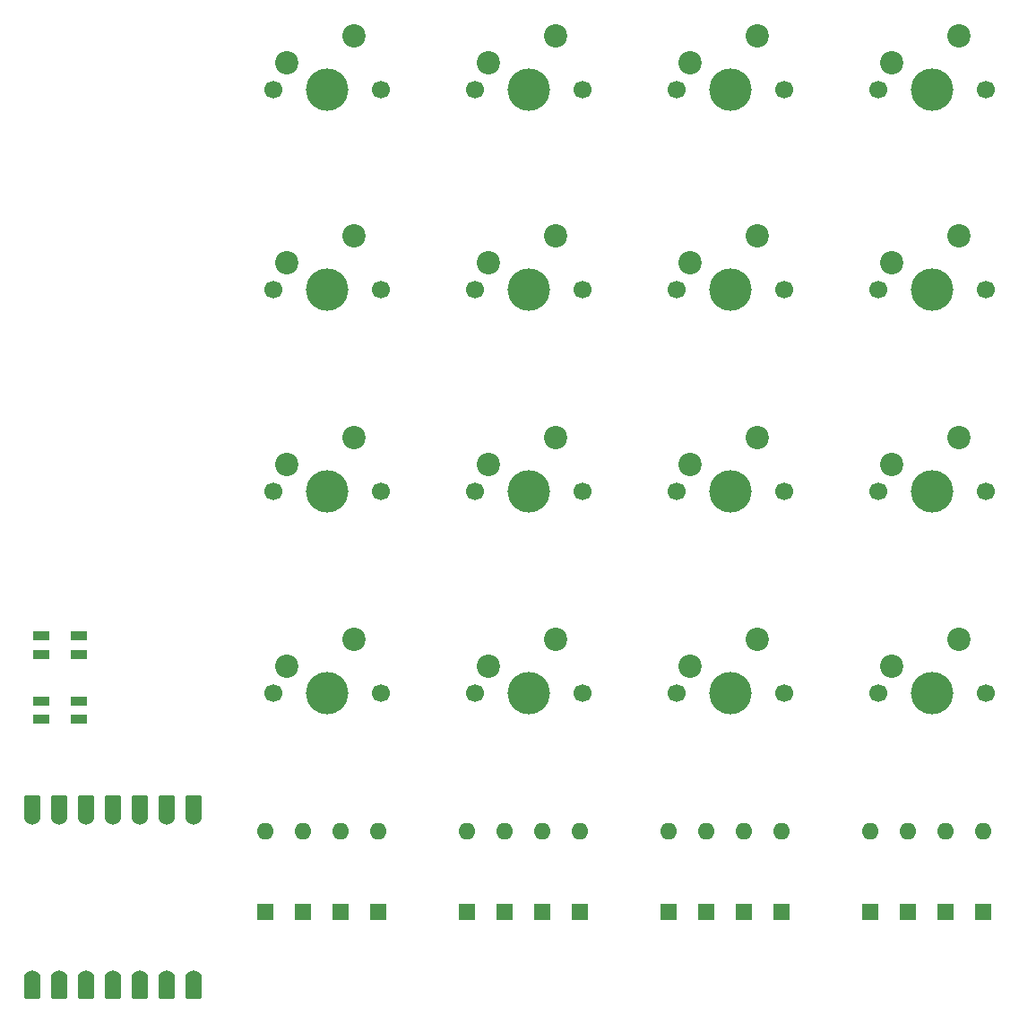
<source format=gbr>
%TF.GenerationSoftware,KiCad,Pcbnew,8.0.8*%
%TF.CreationDate,2025-02-17T14:53:19+01:00*%
%TF.ProjectId,macropad,6d616372-6f70-4616-942e-6b696361645f,rev?*%
%TF.SameCoordinates,Original*%
%TF.FileFunction,Soldermask,Top*%
%TF.FilePolarity,Negative*%
%FSLAX46Y46*%
G04 Gerber Fmt 4.6, Leading zero omitted, Abs format (unit mm)*
G04 Created by KiCad (PCBNEW 8.0.8) date 2025-02-17 14:53:19*
%MOMM*%
%LPD*%
G01*
G04 APERTURE LIST*
G04 Aperture macros list*
%AMRoundRect*
0 Rectangle with rounded corners*
0 $1 Rounding radius*
0 $2 $3 $4 $5 $6 $7 $8 $9 X,Y pos of 4 corners*
0 Add a 4 corners polygon primitive as box body*
4,1,4,$2,$3,$4,$5,$6,$7,$8,$9,$2,$3,0*
0 Add four circle primitives for the rounded corners*
1,1,$1+$1,$2,$3*
1,1,$1+$1,$4,$5*
1,1,$1+$1,$6,$7*
1,1,$1+$1,$8,$9*
0 Add four rect primitives between the rounded corners*
20,1,$1+$1,$2,$3,$4,$5,0*
20,1,$1+$1,$4,$5,$6,$7,0*
20,1,$1+$1,$6,$7,$8,$9,0*
20,1,$1+$1,$8,$9,$2,$3,0*%
G04 Aperture macros list end*
%ADD10C,1.700000*%
%ADD11C,4.000000*%
%ADD12C,2.200000*%
%ADD13R,1.600000X1.600000*%
%ADD14O,1.600000X1.600000*%
%ADD15R,1.600000X0.850000*%
%ADD16RoundRect,0.152400X-0.609600X1.063600X-0.609600X-1.063600X0.609600X-1.063600X0.609600X1.063600X0*%
%ADD17C,1.524000*%
%ADD18RoundRect,0.152400X0.609600X-1.063600X0.609600X1.063600X-0.609600X1.063600X-0.609600X-1.063600X0*%
G04 APERTURE END LIST*
D10*
%TO.C,SW11*%
X197145000Y-71352500D03*
D11*
X202225000Y-71352500D03*
D10*
X207305000Y-71352500D03*
D12*
X204765000Y-66272500D03*
X198415000Y-68812500D03*
%TD*%
D13*
%TO.C,D16*%
X219025000Y-111063750D03*
D14*
X219025000Y-103443750D03*
%TD*%
D10*
%TO.C,SW5*%
X178095000Y-33397500D03*
D11*
X183175000Y-33397500D03*
D10*
X188255000Y-33397500D03*
D12*
X185715000Y-28317500D03*
X179365000Y-30857500D03*
%TD*%
D10*
%TO.C,SW13*%
X216195000Y-33397500D03*
D11*
X221275000Y-33397500D03*
D10*
X226355000Y-33397500D03*
D12*
X223815000Y-28317500D03*
X217465000Y-30857500D03*
%TD*%
D10*
%TO.C,SW10*%
X197145000Y-52302500D03*
D11*
X202225000Y-52302500D03*
D10*
X207305000Y-52302500D03*
D12*
X204765000Y-47222500D03*
X198415000Y-49762500D03*
%TD*%
D15*
%TO.C,D2*%
X140656250Y-92860000D03*
X140656250Y-91110000D03*
X137156250Y-91110000D03*
X137156250Y-92860000D03*
%TD*%
%TO.C,D1*%
X140656250Y-86697500D03*
X140656250Y-84947500D03*
X137156250Y-84947500D03*
X137156250Y-86697500D03*
%TD*%
D10*
%TO.C,SW12*%
X197145000Y-90402500D03*
D11*
X202225000Y-90402500D03*
D10*
X207305000Y-90402500D03*
D12*
X204765000Y-85322500D03*
X198415000Y-87862500D03*
%TD*%
D13*
%TO.C,D7*%
X177375000Y-111063750D03*
D14*
X177375000Y-103443750D03*
%TD*%
D13*
%TO.C,D12*%
X199975000Y-111063750D03*
D14*
X199975000Y-103443750D03*
%TD*%
D13*
%TO.C,D11*%
X196425000Y-111063750D03*
D14*
X196425000Y-103443750D03*
%TD*%
D13*
%TO.C,D8*%
X180925000Y-111063750D03*
D14*
X180925000Y-103443750D03*
%TD*%
D13*
%TO.C,D6*%
X168975000Y-111063750D03*
D14*
X168975000Y-103443750D03*
%TD*%
D10*
%TO.C,SW16*%
X216195000Y-90402500D03*
D11*
X221275000Y-90402500D03*
D10*
X226355000Y-90402500D03*
D12*
X223815000Y-85322500D03*
X217465000Y-87862500D03*
%TD*%
D10*
%TO.C,SW8*%
X178095000Y-90402500D03*
D11*
X183175000Y-90402500D03*
D10*
X188255000Y-90402500D03*
D12*
X185715000Y-85322500D03*
X179365000Y-87862500D03*
%TD*%
D13*
%TO.C,D15*%
X215475000Y-111063750D03*
D14*
X215475000Y-103443750D03*
%TD*%
D13*
%TO.C,D14*%
X207075000Y-111063750D03*
D14*
X207075000Y-103443750D03*
%TD*%
D10*
%TO.C,SW4*%
X159045000Y-90402500D03*
D11*
X164125000Y-90402500D03*
D10*
X169205000Y-90402500D03*
D12*
X166665000Y-85322500D03*
X160315000Y-87862500D03*
%TD*%
D13*
%TO.C,D10*%
X188025000Y-111063750D03*
D14*
X188025000Y-103443750D03*
%TD*%
D13*
%TO.C,D18*%
X226125000Y-111063750D03*
D14*
X226125000Y-103443750D03*
%TD*%
D10*
%TO.C,SW9*%
X197145000Y-33397500D03*
D11*
X202225000Y-33397500D03*
D10*
X207305000Y-33397500D03*
D12*
X204765000Y-28317500D03*
X198415000Y-30857500D03*
%TD*%
D13*
%TO.C,D4*%
X161875000Y-111063750D03*
D14*
X161875000Y-103443750D03*
%TD*%
D10*
%TO.C,SW15*%
X216195000Y-71352500D03*
D11*
X221275000Y-71352500D03*
D10*
X226355000Y-71352500D03*
D12*
X223815000Y-66272500D03*
X217465000Y-68812500D03*
%TD*%
D13*
%TO.C,D9*%
X184475000Y-111063750D03*
D14*
X184475000Y-103443750D03*
%TD*%
D10*
%TO.C,SW14*%
X216195000Y-52302500D03*
D11*
X221275000Y-52302500D03*
D10*
X226355000Y-52302500D03*
D12*
X223815000Y-47222500D03*
X217465000Y-49762500D03*
%TD*%
D13*
%TO.C,D17*%
X222575000Y-111063750D03*
D14*
X222575000Y-103443750D03*
%TD*%
D10*
%TO.C,SW2*%
X159045000Y-52302500D03*
D11*
X164125000Y-52302500D03*
D10*
X169205000Y-52302500D03*
D12*
X166665000Y-47222500D03*
X160315000Y-49762500D03*
%TD*%
D10*
%TO.C,SW6*%
X178095000Y-52302500D03*
D11*
X183175000Y-52302500D03*
D10*
X188255000Y-52302500D03*
D12*
X185715000Y-47222500D03*
X179365000Y-49762500D03*
%TD*%
D13*
%TO.C,D5*%
X165425000Y-111063750D03*
D14*
X165425000Y-103443750D03*
%TD*%
D10*
%TO.C,SW1*%
X159045000Y-33397500D03*
D11*
X164125000Y-33397500D03*
D10*
X169205000Y-33397500D03*
D12*
X166665000Y-28317500D03*
X160315000Y-30857500D03*
%TD*%
D10*
%TO.C,SW7*%
X178095000Y-71352500D03*
D11*
X183175000Y-71352500D03*
D10*
X188255000Y-71352500D03*
D12*
X185715000Y-66272500D03*
X179365000Y-68812500D03*
%TD*%
D16*
%TO.C,U1*%
X136290275Y-118090000D03*
D17*
X136290275Y-117255000D03*
D16*
X138830275Y-118090000D03*
D17*
X138830275Y-117255000D03*
D16*
X141370275Y-118090000D03*
D17*
X141370275Y-117255000D03*
D16*
X143910275Y-118090000D03*
D17*
X143910275Y-117255000D03*
D16*
X146450275Y-118090000D03*
D17*
X146450275Y-117255000D03*
D16*
X148990275Y-118090000D03*
D17*
X148990275Y-117255000D03*
D16*
X151530275Y-118090000D03*
D17*
X151530275Y-117255000D03*
X151530275Y-102015000D03*
D18*
X151530275Y-101180000D03*
D17*
X148990275Y-102015000D03*
D18*
X148990275Y-101180000D03*
D17*
X146450275Y-102015000D03*
D18*
X146450275Y-101180000D03*
D17*
X143910275Y-102015000D03*
D18*
X143910275Y-101180000D03*
D17*
X141370275Y-102015000D03*
D18*
X141370275Y-101180000D03*
D17*
X138830275Y-102015000D03*
D18*
X138830275Y-101180000D03*
D17*
X136290275Y-102015000D03*
D18*
X136290275Y-101180000D03*
%TD*%
D10*
%TO.C,SW3*%
X159045000Y-71352500D03*
D11*
X164125000Y-71352500D03*
D10*
X169205000Y-71352500D03*
D12*
X166665000Y-66272500D03*
X160315000Y-68812500D03*
%TD*%
D13*
%TO.C,D3*%
X158325000Y-111063750D03*
D14*
X158325000Y-103443750D03*
%TD*%
D13*
%TO.C,D13*%
X203525000Y-111063750D03*
D14*
X203525000Y-103443750D03*
%TD*%
M02*

</source>
